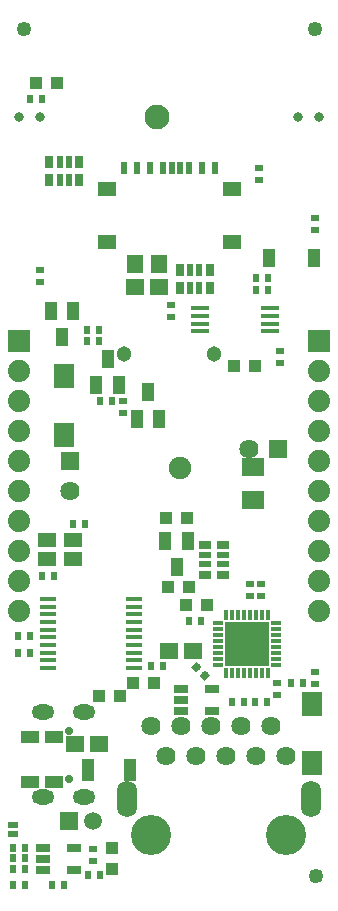
<source format=gbr>
G04 #@! TF.GenerationSoftware,KiCad,Pcbnew,5.1.0-rc2-unknown-036be7d~80~ubuntu16.04.1*
G04 #@! TF.CreationDate,2021-11-05T15:53:19+02:00*
G04 #@! TF.ProjectId,ESP32-PoE_Rev_G1,45535033-322d-4506-9f45-5f5265765f47,G1*
G04 #@! TF.SameCoordinates,Original*
G04 #@! TF.FileFunction,Soldermask,Bot*
G04 #@! TF.FilePolarity,Negative*
%FSLAX46Y46*%
G04 Gerber Fmt 4.6, Leading zero omitted, Abs format (unit mm)*
G04 Created by KiCad (PCBNEW 5.1.0-rc2-unknown-036be7d~80~ubuntu16.04.1) date 2021-11-05 15:53:19*
%MOMM*%
%LPD*%
G04 APERTURE LIST*
%ADD10R,1.625600X1.371600*%
%ADD11R,1.501600X1.101600*%
%ADD12R,1.301600X0.651600*%
%ADD13R,0.601600X0.651600*%
%ADD14R,1.101600X1.501600*%
%ADD15C,2.101600*%
%ADD16C,0.801600*%
%ADD17R,1.117600X1.117600*%
%ADD18C,1.625600*%
%ADD19O,1.701600X3.101599*%
%ADD20C,3.401601*%
%ADD21R,3.701600X3.701600*%
%ADD22R,0.501600X0.501600*%
%ADD23R,1.524000X1.524000*%
%ADD24R,0.351600X0.901600*%
%ADD25R,0.901600X0.351600*%
%ADD26R,1.371600X1.625600*%
%ADD27R,1.501600X1.501600*%
%ADD28C,1.501600*%
%ADD29C,1.254000*%
%ADD30R,0.651600X0.601600*%
%ADD31C,0.601600*%
%ADD32C,0.100000*%
%ADD33C,1.879600*%
%ADD34R,1.879600X1.879600*%
%ADD35R,1.371600X0.426600*%
%ADD36R,1.801600X2.101600*%
%ADD37R,1.117600X1.879600*%
%ADD38R,0.601600X1.101600*%
%ADD39R,1.601600X1.301600*%
%ADD40C,0.701600*%
%ADD41O,1.901600X1.301600*%
%ADD42R,1.117600X0.482600*%
%ADD43R,1.117600X0.736600*%
%ADD44R,0.482600X1.117600*%
%ADD45R,0.736600X1.117600*%
%ADD46C,1.301600*%
%ADD47R,1.501600X1.301600*%
%ADD48R,0.863600X0.609600*%
%ADD49R,1.879600X1.625600*%
%ADD50R,1.601600X0.451600*%
%ADD51C,1.901600*%
%ADD52R,1.625600X1.625600*%
G04 APERTURE END LIST*
D10*
X96139000Y-157353000D03*
X98171000Y-157353000D03*
D11*
X92329000Y-156723000D03*
X92329000Y-160523000D03*
D12*
X105126000Y-154559000D03*
X105126000Y-153609000D03*
X105126000Y-152659000D03*
X107726000Y-154559000D03*
X107726000Y-152659000D03*
D13*
X112395000Y-153797000D03*
X111379000Y-153797000D03*
D14*
X116400000Y-116195000D03*
X112600000Y-116195000D03*
D15*
X103140000Y-104235000D03*
D16*
X115059000Y-104267000D03*
X116859000Y-104267000D03*
X91421000Y-104267000D03*
X93221000Y-104267000D03*
D17*
X98171000Y-153289000D03*
X99949000Y-153289000D03*
D14*
X102364540Y-127548640D03*
X101409500Y-129758440D03*
X103311960Y-129758440D03*
X98933000Y-124714000D03*
X97977960Y-126923800D03*
X99880420Y-126923800D03*
X94107000Y-120650000D03*
X96009460Y-120650000D03*
X95054420Y-122859800D03*
D10*
X101219000Y-118618000D03*
X103251000Y-118618000D03*
D14*
X103825040Y-140116560D03*
X105727500Y-140116560D03*
X104772460Y-142326360D03*
D18*
X102616000Y-155806000D03*
X103886000Y-158346000D03*
X105156000Y-155806000D03*
X106426000Y-158346000D03*
X107696000Y-155806000D03*
X108966000Y-158346000D03*
X110236000Y-155806000D03*
X111506000Y-158346000D03*
X112776000Y-155806000D03*
X114046000Y-158346000D03*
D19*
X100531000Y-161946000D03*
X116131000Y-161946000D03*
D20*
X102616000Y-164996000D03*
X114046000Y-164996000D03*
D21*
X110744000Y-148844000D03*
D22*
X112044000Y-149344000D03*
X112044000Y-148344000D03*
X111244000Y-147544000D03*
X110244000Y-147544000D03*
X109444000Y-148344000D03*
X109444000Y-149344000D03*
X110244000Y-150144000D03*
X111244000Y-150144000D03*
D23*
X110744000Y-148844000D03*
D24*
X108994000Y-151294000D03*
X109494000Y-151294000D03*
X109994000Y-151294000D03*
X110494000Y-151294000D03*
X110994000Y-151294000D03*
X111494000Y-151294000D03*
X111994000Y-151294000D03*
X112494000Y-151294000D03*
D25*
X113194000Y-150594000D03*
X113194000Y-150094000D03*
X113194000Y-149594000D03*
X113194000Y-149094000D03*
X113194000Y-148594000D03*
X113194000Y-148094000D03*
X113194000Y-147594000D03*
X113194000Y-147094000D03*
D24*
X112494000Y-146394000D03*
X111994000Y-146394000D03*
X111494000Y-146394000D03*
X110994000Y-146394000D03*
X110494000Y-146394000D03*
X109994000Y-146394000D03*
X109494000Y-146394000D03*
X108994000Y-146394000D03*
D25*
X108294000Y-147094000D03*
X108294000Y-147594000D03*
X108294000Y-148094000D03*
X108294000Y-148594000D03*
X108294000Y-149094000D03*
X108294000Y-149594000D03*
X108294000Y-150094000D03*
X108294000Y-150594000D03*
D13*
X103632000Y-150749000D03*
X102616000Y-150749000D03*
D17*
X102870000Y-152146000D03*
X101092000Y-152146000D03*
D13*
X91948000Y-167005000D03*
X90932000Y-167005000D03*
X90932000Y-166116000D03*
X91948000Y-166116000D03*
D11*
X94361000Y-160523000D03*
X94361000Y-156723000D03*
D13*
X91948000Y-167894000D03*
X90932000Y-167894000D03*
X92329000Y-102743000D03*
X93345000Y-102743000D03*
X98298000Y-168402000D03*
X97282000Y-168402000D03*
D12*
X93442000Y-168018500D03*
X93442000Y-167068500D03*
X93442000Y-166118500D03*
X96042000Y-168018500D03*
X96042000Y-166118500D03*
D13*
X97155000Y-122301000D03*
X98171000Y-122301000D03*
D17*
X103886000Y-138176000D03*
X105664000Y-138176000D03*
D26*
X101219000Y-116713000D03*
X103251000Y-116713000D03*
D27*
X95638620Y-163852860D03*
D28*
X97650300Y-163850320D03*
D29*
X116586000Y-168529000D03*
X116459000Y-96774000D03*
X91821000Y-96774000D03*
D30*
X110998000Y-143764000D03*
X110998000Y-144780000D03*
D13*
X105791000Y-146939000D03*
X106807000Y-146939000D03*
D30*
X113284000Y-152146000D03*
X113284000Y-153162000D03*
X93218000Y-117221000D03*
X93218000Y-118237000D03*
X111760000Y-108585000D03*
X111760000Y-109601000D03*
X104267000Y-121158000D03*
X104267000Y-120142000D03*
D31*
X106469580Y-150792580D03*
D32*
G36*
X106912653Y-150774902D02*
G01*
X106451902Y-151235653D01*
X106026507Y-150810258D01*
X106487258Y-150349507D01*
X106912653Y-150774902D01*
X106912653Y-150774902D01*
G37*
D31*
X107188000Y-151511000D03*
D32*
G36*
X106744927Y-151528678D02*
G01*
X107205678Y-151067927D01*
X107631073Y-151493322D01*
X107170322Y-151954073D01*
X106744927Y-151528678D01*
X106744927Y-151528678D01*
G37*
D13*
X90932000Y-169291000D03*
X91948000Y-169291000D03*
D30*
X116459000Y-151257000D03*
X116459000Y-152273000D03*
D13*
X115443000Y-152146000D03*
X114427000Y-152146000D03*
X94234000Y-169291000D03*
X95250000Y-169291000D03*
X98171000Y-123190000D03*
X97155000Y-123190000D03*
D30*
X97663000Y-167259000D03*
X97663000Y-166243000D03*
D13*
X91313000Y-148209000D03*
X92329000Y-148209000D03*
X91313000Y-149606000D03*
X92329000Y-149606000D03*
D33*
X116840000Y-130840000D03*
X116840000Y-128300000D03*
X116840000Y-125760000D03*
D34*
X116840000Y-123220000D03*
D33*
X116840000Y-133380000D03*
X116840000Y-135920000D03*
X116840000Y-141000000D03*
X116840000Y-138460000D03*
X116840000Y-143540000D03*
X116840000Y-146080000D03*
X91440000Y-130840000D03*
X91440000Y-128300000D03*
X91440000Y-125760000D03*
D34*
X91440000Y-123220000D03*
D33*
X91440000Y-133380000D03*
X91440000Y-135920000D03*
X91440000Y-141000000D03*
X91440000Y-138460000D03*
X91440000Y-143540000D03*
X91440000Y-146080000D03*
D17*
X99314000Y-167894000D03*
X99314000Y-166116000D03*
D35*
X93916500Y-150880000D03*
X93916500Y-150230000D03*
X93916500Y-149580000D03*
X93916500Y-148930000D03*
X93916500Y-148280000D03*
X93916500Y-147630000D03*
X93916500Y-146980000D03*
X93916500Y-146330000D03*
X93916500Y-145680000D03*
X93916500Y-145030000D03*
X101155500Y-145030000D03*
X101155500Y-145680000D03*
X101155500Y-146330000D03*
X101155500Y-146980000D03*
X101155500Y-147630000D03*
X101155500Y-148280000D03*
X101155500Y-148930000D03*
X101155500Y-149580000D03*
X101155500Y-150230000D03*
X101155500Y-150880000D03*
D36*
X95250000Y-126151000D03*
X95250000Y-131151000D03*
D37*
X100838000Y-159512000D03*
X97282000Y-159512000D03*
D38*
X100290000Y-108587000D03*
X101390000Y-108587000D03*
X102490000Y-108587000D03*
X103590000Y-108587000D03*
X104340000Y-108587000D03*
X105040000Y-108587000D03*
X105790000Y-108587000D03*
X106890000Y-108587000D03*
X107990000Y-108587000D03*
D39*
X109440000Y-110337000D03*
X98840000Y-110337000D03*
X109440000Y-114787000D03*
X98840000Y-114787000D03*
D17*
X105537000Y-145542000D03*
X107315000Y-145542000D03*
X105791000Y-144018000D03*
X104013000Y-144018000D03*
D40*
X95626000Y-156242000D03*
X95626000Y-160242000D03*
D41*
X93476000Y-154642000D03*
X96946000Y-154642000D03*
X96946000Y-161842000D03*
X93476000Y-161842000D03*
D42*
X107188000Y-141351000D03*
X107188000Y-142113000D03*
X108712000Y-141351000D03*
X108712000Y-142113000D03*
D43*
X107188000Y-140462000D03*
X108712000Y-140462000D03*
X107188000Y-143002000D03*
X108712000Y-143002000D03*
D44*
X95631000Y-108077000D03*
X94869000Y-108077000D03*
X95631000Y-109601000D03*
X94869000Y-109601000D03*
D45*
X96520000Y-108077000D03*
X96520000Y-109601000D03*
X93980000Y-108077000D03*
X93980000Y-109601000D03*
D10*
X104140000Y-149479000D03*
X106172000Y-149479000D03*
D13*
X93345000Y-143129000D03*
X94361000Y-143129000D03*
D30*
X116459000Y-113792000D03*
X116459000Y-112776000D03*
D13*
X99314000Y-128270000D03*
X98298000Y-128270000D03*
D30*
X100203000Y-129286000D03*
X100203000Y-128270000D03*
D44*
X106680000Y-117221000D03*
X105918000Y-117221000D03*
X106680000Y-118745000D03*
X105918000Y-118745000D03*
D45*
X107569000Y-117221000D03*
X107569000Y-118745000D03*
X105029000Y-117221000D03*
X105029000Y-118745000D03*
D46*
X107950000Y-124333000D03*
X100330000Y-124333000D03*
D13*
X96012000Y-138684000D03*
X97028000Y-138684000D03*
D47*
X95969000Y-140043000D03*
X93769000Y-141643000D03*
X93769000Y-140043000D03*
X95969000Y-141643000D03*
D48*
X90932000Y-164973000D03*
X90932000Y-164211000D03*
D17*
X92837000Y-101346000D03*
X94615000Y-101346000D03*
D13*
X110490000Y-153797000D03*
X109474000Y-153797000D03*
D36*
X116205000Y-153964000D03*
X116205000Y-158964000D03*
D30*
X113538000Y-124079000D03*
X113538000Y-125095000D03*
D13*
X111506000Y-118872000D03*
X112522000Y-118872000D03*
X111506000Y-117856000D03*
X112522000Y-117856000D03*
D49*
X111252000Y-136652000D03*
X111252000Y-133858000D03*
D50*
X112678000Y-120437000D03*
X112678000Y-121087000D03*
X112678000Y-121737000D03*
X112678000Y-122387000D03*
X106778000Y-122387000D03*
X106778000Y-121737000D03*
X106778000Y-121087000D03*
X106778000Y-120437000D03*
D51*
X105029000Y-133985000D03*
D18*
X95758000Y-135870000D03*
D52*
X95758000Y-133370000D03*
X113391000Y-132334000D03*
D18*
X110891000Y-132334000D03*
D17*
X109601000Y-125349000D03*
X111379000Y-125349000D03*
D30*
X111887000Y-144780000D03*
X111887000Y-143764000D03*
M02*

</source>
